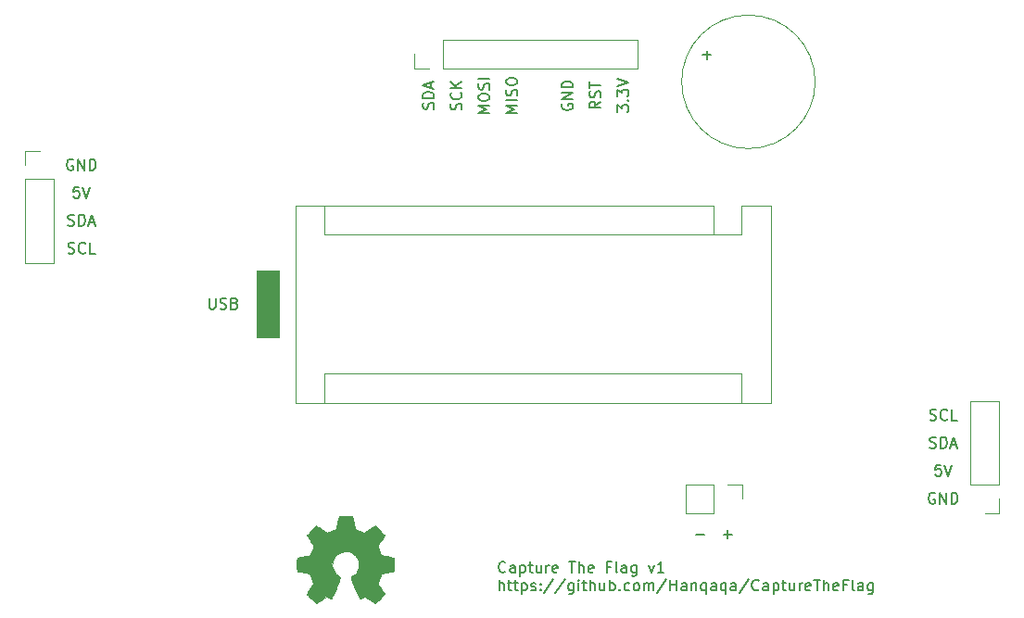
<source format=gbr>
%TF.GenerationSoftware,KiCad,Pcbnew,(5.1.6)-1*%
%TF.CreationDate,2020-10-11T10:25:28+02:00*%
%TF.ProjectId,CaptureTheFlag,43617074-7572-4655-9468-65466c61672e,rev?*%
%TF.SameCoordinates,Original*%
%TF.FileFunction,Legend,Top*%
%TF.FilePolarity,Positive*%
%FSLAX46Y46*%
G04 Gerber Fmt 4.6, Leading zero omitted, Abs format (unit mm)*
G04 Created by KiCad (PCBNEW (5.1.6)-1) date 2020-10-11 10:25:28*
%MOMM*%
%LPD*%
G01*
G04 APERTURE LIST*
%ADD10C,0.150000*%
%ADD11C,0.100000*%
%ADD12C,0.010000*%
%ADD13C,0.120000*%
G04 APERTURE END LIST*
D10*
X134882095Y-111212380D02*
X134882095Y-112021904D01*
X134929714Y-112117142D01*
X134977333Y-112164761D01*
X135072571Y-112212380D01*
X135263047Y-112212380D01*
X135358285Y-112164761D01*
X135405904Y-112117142D01*
X135453523Y-112021904D01*
X135453523Y-111212380D01*
X135882095Y-112164761D02*
X136024952Y-112212380D01*
X136263047Y-112212380D01*
X136358285Y-112164761D01*
X136405904Y-112117142D01*
X136453523Y-112021904D01*
X136453523Y-111926666D01*
X136405904Y-111831428D01*
X136358285Y-111783809D01*
X136263047Y-111736190D01*
X136072571Y-111688571D01*
X135977333Y-111640952D01*
X135929714Y-111593333D01*
X135882095Y-111498095D01*
X135882095Y-111402857D01*
X135929714Y-111307619D01*
X135977333Y-111260000D01*
X136072571Y-111212380D01*
X136310666Y-111212380D01*
X136453523Y-111260000D01*
X137215428Y-111688571D02*
X137358285Y-111736190D01*
X137405904Y-111783809D01*
X137453523Y-111879047D01*
X137453523Y-112021904D01*
X137405904Y-112117142D01*
X137358285Y-112164761D01*
X137263047Y-112212380D01*
X136882095Y-112212380D01*
X136882095Y-111212380D01*
X137215428Y-111212380D01*
X137310666Y-111260000D01*
X137358285Y-111307619D01*
X137405904Y-111402857D01*
X137405904Y-111498095D01*
X137358285Y-111593333D01*
X137310666Y-111640952D01*
X137215428Y-111688571D01*
X136882095Y-111688571D01*
D11*
G36*
X141224000Y-114808000D02*
G01*
X139192000Y-114808000D01*
X139192000Y-108712000D01*
X141224000Y-108712000D01*
X141224000Y-114808000D01*
G37*
X141224000Y-114808000D02*
X139192000Y-114808000D01*
X139192000Y-108712000D01*
X141224000Y-108712000D01*
X141224000Y-114808000D01*
D10*
X161943023Y-136184142D02*
X161895404Y-136231761D01*
X161752547Y-136279380D01*
X161657309Y-136279380D01*
X161514452Y-136231761D01*
X161419214Y-136136523D01*
X161371595Y-136041285D01*
X161323976Y-135850809D01*
X161323976Y-135707952D01*
X161371595Y-135517476D01*
X161419214Y-135422238D01*
X161514452Y-135327000D01*
X161657309Y-135279380D01*
X161752547Y-135279380D01*
X161895404Y-135327000D01*
X161943023Y-135374619D01*
X162800166Y-136279380D02*
X162800166Y-135755571D01*
X162752547Y-135660333D01*
X162657309Y-135612714D01*
X162466833Y-135612714D01*
X162371595Y-135660333D01*
X162800166Y-136231761D02*
X162704928Y-136279380D01*
X162466833Y-136279380D01*
X162371595Y-136231761D01*
X162323976Y-136136523D01*
X162323976Y-136041285D01*
X162371595Y-135946047D01*
X162466833Y-135898428D01*
X162704928Y-135898428D01*
X162800166Y-135850809D01*
X163276357Y-135612714D02*
X163276357Y-136612714D01*
X163276357Y-135660333D02*
X163371595Y-135612714D01*
X163562071Y-135612714D01*
X163657309Y-135660333D01*
X163704928Y-135707952D01*
X163752547Y-135803190D01*
X163752547Y-136088904D01*
X163704928Y-136184142D01*
X163657309Y-136231761D01*
X163562071Y-136279380D01*
X163371595Y-136279380D01*
X163276357Y-136231761D01*
X164038261Y-135612714D02*
X164419214Y-135612714D01*
X164181119Y-135279380D02*
X164181119Y-136136523D01*
X164228738Y-136231761D01*
X164323976Y-136279380D01*
X164419214Y-136279380D01*
X165181119Y-135612714D02*
X165181119Y-136279380D01*
X164752547Y-135612714D02*
X164752547Y-136136523D01*
X164800166Y-136231761D01*
X164895404Y-136279380D01*
X165038261Y-136279380D01*
X165133500Y-136231761D01*
X165181119Y-136184142D01*
X165657309Y-136279380D02*
X165657309Y-135612714D01*
X165657309Y-135803190D02*
X165704928Y-135707952D01*
X165752547Y-135660333D01*
X165847785Y-135612714D01*
X165943023Y-135612714D01*
X166657309Y-136231761D02*
X166562071Y-136279380D01*
X166371595Y-136279380D01*
X166276357Y-136231761D01*
X166228738Y-136136523D01*
X166228738Y-135755571D01*
X166276357Y-135660333D01*
X166371595Y-135612714D01*
X166562071Y-135612714D01*
X166657309Y-135660333D01*
X166704928Y-135755571D01*
X166704928Y-135850809D01*
X166228738Y-135946047D01*
X167752547Y-135279380D02*
X168323976Y-135279380D01*
X168038261Y-136279380D02*
X168038261Y-135279380D01*
X168657309Y-136279380D02*
X168657309Y-135279380D01*
X169085880Y-136279380D02*
X169085880Y-135755571D01*
X169038261Y-135660333D01*
X168943023Y-135612714D01*
X168800166Y-135612714D01*
X168704928Y-135660333D01*
X168657309Y-135707952D01*
X169943023Y-136231761D02*
X169847785Y-136279380D01*
X169657309Y-136279380D01*
X169562071Y-136231761D01*
X169514452Y-136136523D01*
X169514452Y-135755571D01*
X169562071Y-135660333D01*
X169657309Y-135612714D01*
X169847785Y-135612714D01*
X169943023Y-135660333D01*
X169990642Y-135755571D01*
X169990642Y-135850809D01*
X169514452Y-135946047D01*
X171514452Y-135755571D02*
X171181119Y-135755571D01*
X171181119Y-136279380D02*
X171181119Y-135279380D01*
X171657309Y-135279380D01*
X172181119Y-136279380D02*
X172085880Y-136231761D01*
X172038261Y-136136523D01*
X172038261Y-135279380D01*
X172990642Y-136279380D02*
X172990642Y-135755571D01*
X172943023Y-135660333D01*
X172847785Y-135612714D01*
X172657309Y-135612714D01*
X172562071Y-135660333D01*
X172990642Y-136231761D02*
X172895404Y-136279380D01*
X172657309Y-136279380D01*
X172562071Y-136231761D01*
X172514452Y-136136523D01*
X172514452Y-136041285D01*
X172562071Y-135946047D01*
X172657309Y-135898428D01*
X172895404Y-135898428D01*
X172990642Y-135850809D01*
X173895404Y-135612714D02*
X173895404Y-136422238D01*
X173847785Y-136517476D01*
X173800166Y-136565095D01*
X173704928Y-136612714D01*
X173562071Y-136612714D01*
X173466833Y-136565095D01*
X173895404Y-136231761D02*
X173800166Y-136279380D01*
X173609690Y-136279380D01*
X173514452Y-136231761D01*
X173466833Y-136184142D01*
X173419214Y-136088904D01*
X173419214Y-135803190D01*
X173466833Y-135707952D01*
X173514452Y-135660333D01*
X173609690Y-135612714D01*
X173800166Y-135612714D01*
X173895404Y-135660333D01*
X175038261Y-135612714D02*
X175276357Y-136279380D01*
X175514452Y-135612714D01*
X176419214Y-136279380D02*
X175847785Y-136279380D01*
X176133500Y-136279380D02*
X176133500Y-135279380D01*
X176038261Y-135422238D01*
X175943023Y-135517476D01*
X175847785Y-135565095D01*
X161371595Y-137929380D02*
X161371595Y-136929380D01*
X161800166Y-137929380D02*
X161800166Y-137405571D01*
X161752547Y-137310333D01*
X161657309Y-137262714D01*
X161514452Y-137262714D01*
X161419214Y-137310333D01*
X161371595Y-137357952D01*
X162133500Y-137262714D02*
X162514452Y-137262714D01*
X162276357Y-136929380D02*
X162276357Y-137786523D01*
X162323976Y-137881761D01*
X162419214Y-137929380D01*
X162514452Y-137929380D01*
X162704928Y-137262714D02*
X163085880Y-137262714D01*
X162847785Y-136929380D02*
X162847785Y-137786523D01*
X162895404Y-137881761D01*
X162990642Y-137929380D01*
X163085880Y-137929380D01*
X163419214Y-137262714D02*
X163419214Y-138262714D01*
X163419214Y-137310333D02*
X163514452Y-137262714D01*
X163704928Y-137262714D01*
X163800166Y-137310333D01*
X163847785Y-137357952D01*
X163895404Y-137453190D01*
X163895404Y-137738904D01*
X163847785Y-137834142D01*
X163800166Y-137881761D01*
X163704928Y-137929380D01*
X163514452Y-137929380D01*
X163419214Y-137881761D01*
X164276357Y-137881761D02*
X164371595Y-137929380D01*
X164562071Y-137929380D01*
X164657309Y-137881761D01*
X164704928Y-137786523D01*
X164704928Y-137738904D01*
X164657309Y-137643666D01*
X164562071Y-137596047D01*
X164419214Y-137596047D01*
X164323976Y-137548428D01*
X164276357Y-137453190D01*
X164276357Y-137405571D01*
X164323976Y-137310333D01*
X164419214Y-137262714D01*
X164562071Y-137262714D01*
X164657309Y-137310333D01*
X165133500Y-137834142D02*
X165181119Y-137881761D01*
X165133500Y-137929380D01*
X165085880Y-137881761D01*
X165133500Y-137834142D01*
X165133500Y-137929380D01*
X165133500Y-137310333D02*
X165181119Y-137357952D01*
X165133500Y-137405571D01*
X165085880Y-137357952D01*
X165133500Y-137310333D01*
X165133500Y-137405571D01*
X166323976Y-136881761D02*
X165466833Y-138167476D01*
X167371595Y-136881761D02*
X166514452Y-138167476D01*
X168133500Y-137262714D02*
X168133500Y-138072238D01*
X168085880Y-138167476D01*
X168038261Y-138215095D01*
X167943023Y-138262714D01*
X167800166Y-138262714D01*
X167704928Y-138215095D01*
X168133500Y-137881761D02*
X168038261Y-137929380D01*
X167847785Y-137929380D01*
X167752547Y-137881761D01*
X167704928Y-137834142D01*
X167657309Y-137738904D01*
X167657309Y-137453190D01*
X167704928Y-137357952D01*
X167752547Y-137310333D01*
X167847785Y-137262714D01*
X168038261Y-137262714D01*
X168133500Y-137310333D01*
X168609690Y-137929380D02*
X168609690Y-137262714D01*
X168609690Y-136929380D02*
X168562071Y-136977000D01*
X168609690Y-137024619D01*
X168657309Y-136977000D01*
X168609690Y-136929380D01*
X168609690Y-137024619D01*
X168943023Y-137262714D02*
X169323976Y-137262714D01*
X169085880Y-136929380D02*
X169085880Y-137786523D01*
X169133500Y-137881761D01*
X169228738Y-137929380D01*
X169323976Y-137929380D01*
X169657309Y-137929380D02*
X169657309Y-136929380D01*
X170085880Y-137929380D02*
X170085880Y-137405571D01*
X170038261Y-137310333D01*
X169943023Y-137262714D01*
X169800166Y-137262714D01*
X169704928Y-137310333D01*
X169657309Y-137357952D01*
X170990642Y-137262714D02*
X170990642Y-137929380D01*
X170562071Y-137262714D02*
X170562071Y-137786523D01*
X170609690Y-137881761D01*
X170704928Y-137929380D01*
X170847785Y-137929380D01*
X170943023Y-137881761D01*
X170990642Y-137834142D01*
X171466833Y-137929380D02*
X171466833Y-136929380D01*
X171466833Y-137310333D02*
X171562071Y-137262714D01*
X171752547Y-137262714D01*
X171847785Y-137310333D01*
X171895404Y-137357952D01*
X171943023Y-137453190D01*
X171943023Y-137738904D01*
X171895404Y-137834142D01*
X171847785Y-137881761D01*
X171752547Y-137929380D01*
X171562071Y-137929380D01*
X171466833Y-137881761D01*
X172371595Y-137834142D02*
X172419214Y-137881761D01*
X172371595Y-137929380D01*
X172323976Y-137881761D01*
X172371595Y-137834142D01*
X172371595Y-137929380D01*
X173276357Y-137881761D02*
X173181119Y-137929380D01*
X172990642Y-137929380D01*
X172895404Y-137881761D01*
X172847785Y-137834142D01*
X172800166Y-137738904D01*
X172800166Y-137453190D01*
X172847785Y-137357952D01*
X172895404Y-137310333D01*
X172990642Y-137262714D01*
X173181119Y-137262714D01*
X173276357Y-137310333D01*
X173847785Y-137929380D02*
X173752547Y-137881761D01*
X173704928Y-137834142D01*
X173657309Y-137738904D01*
X173657309Y-137453190D01*
X173704928Y-137357952D01*
X173752547Y-137310333D01*
X173847785Y-137262714D01*
X173990642Y-137262714D01*
X174085880Y-137310333D01*
X174133500Y-137357952D01*
X174181119Y-137453190D01*
X174181119Y-137738904D01*
X174133500Y-137834142D01*
X174085880Y-137881761D01*
X173990642Y-137929380D01*
X173847785Y-137929380D01*
X174609690Y-137929380D02*
X174609690Y-137262714D01*
X174609690Y-137357952D02*
X174657309Y-137310333D01*
X174752547Y-137262714D01*
X174895404Y-137262714D01*
X174990642Y-137310333D01*
X175038261Y-137405571D01*
X175038261Y-137929380D01*
X175038261Y-137405571D02*
X175085880Y-137310333D01*
X175181119Y-137262714D01*
X175323976Y-137262714D01*
X175419214Y-137310333D01*
X175466833Y-137405571D01*
X175466833Y-137929380D01*
X176657309Y-136881761D02*
X175800166Y-138167476D01*
X176990642Y-137929380D02*
X176990642Y-136929380D01*
X176990642Y-137405571D02*
X177562071Y-137405571D01*
X177562071Y-137929380D02*
X177562071Y-136929380D01*
X178466833Y-137929380D02*
X178466833Y-137405571D01*
X178419214Y-137310333D01*
X178323976Y-137262714D01*
X178133500Y-137262714D01*
X178038261Y-137310333D01*
X178466833Y-137881761D02*
X178371595Y-137929380D01*
X178133500Y-137929380D01*
X178038261Y-137881761D01*
X177990642Y-137786523D01*
X177990642Y-137691285D01*
X178038261Y-137596047D01*
X178133500Y-137548428D01*
X178371595Y-137548428D01*
X178466833Y-137500809D01*
X178943023Y-137262714D02*
X178943023Y-137929380D01*
X178943023Y-137357952D02*
X178990642Y-137310333D01*
X179085880Y-137262714D01*
X179228738Y-137262714D01*
X179323976Y-137310333D01*
X179371595Y-137405571D01*
X179371595Y-137929380D01*
X180276357Y-137262714D02*
X180276357Y-138262714D01*
X180276357Y-137881761D02*
X180181119Y-137929380D01*
X179990642Y-137929380D01*
X179895404Y-137881761D01*
X179847785Y-137834142D01*
X179800166Y-137738904D01*
X179800166Y-137453190D01*
X179847785Y-137357952D01*
X179895404Y-137310333D01*
X179990642Y-137262714D01*
X180181119Y-137262714D01*
X180276357Y-137310333D01*
X181181119Y-137929380D02*
X181181119Y-137405571D01*
X181133500Y-137310333D01*
X181038261Y-137262714D01*
X180847785Y-137262714D01*
X180752547Y-137310333D01*
X181181119Y-137881761D02*
X181085880Y-137929380D01*
X180847785Y-137929380D01*
X180752547Y-137881761D01*
X180704928Y-137786523D01*
X180704928Y-137691285D01*
X180752547Y-137596047D01*
X180847785Y-137548428D01*
X181085880Y-137548428D01*
X181181119Y-137500809D01*
X182085880Y-137262714D02*
X182085880Y-138262714D01*
X182085880Y-137881761D02*
X181990642Y-137929380D01*
X181800166Y-137929380D01*
X181704928Y-137881761D01*
X181657309Y-137834142D01*
X181609690Y-137738904D01*
X181609690Y-137453190D01*
X181657309Y-137357952D01*
X181704928Y-137310333D01*
X181800166Y-137262714D01*
X181990642Y-137262714D01*
X182085880Y-137310333D01*
X182990642Y-137929380D02*
X182990642Y-137405571D01*
X182943023Y-137310333D01*
X182847785Y-137262714D01*
X182657309Y-137262714D01*
X182562071Y-137310333D01*
X182990642Y-137881761D02*
X182895404Y-137929380D01*
X182657309Y-137929380D01*
X182562071Y-137881761D01*
X182514452Y-137786523D01*
X182514452Y-137691285D01*
X182562071Y-137596047D01*
X182657309Y-137548428D01*
X182895404Y-137548428D01*
X182990642Y-137500809D01*
X184181119Y-136881761D02*
X183323976Y-138167476D01*
X185085880Y-137834142D02*
X185038261Y-137881761D01*
X184895404Y-137929380D01*
X184800166Y-137929380D01*
X184657309Y-137881761D01*
X184562071Y-137786523D01*
X184514452Y-137691285D01*
X184466833Y-137500809D01*
X184466833Y-137357952D01*
X184514452Y-137167476D01*
X184562071Y-137072238D01*
X184657309Y-136977000D01*
X184800166Y-136929380D01*
X184895404Y-136929380D01*
X185038261Y-136977000D01*
X185085880Y-137024619D01*
X185943023Y-137929380D02*
X185943023Y-137405571D01*
X185895404Y-137310333D01*
X185800166Y-137262714D01*
X185609690Y-137262714D01*
X185514452Y-137310333D01*
X185943023Y-137881761D02*
X185847785Y-137929380D01*
X185609690Y-137929380D01*
X185514452Y-137881761D01*
X185466833Y-137786523D01*
X185466833Y-137691285D01*
X185514452Y-137596047D01*
X185609690Y-137548428D01*
X185847785Y-137548428D01*
X185943023Y-137500809D01*
X186419214Y-137262714D02*
X186419214Y-138262714D01*
X186419214Y-137310333D02*
X186514452Y-137262714D01*
X186704928Y-137262714D01*
X186800166Y-137310333D01*
X186847785Y-137357952D01*
X186895404Y-137453190D01*
X186895404Y-137738904D01*
X186847785Y-137834142D01*
X186800166Y-137881761D01*
X186704928Y-137929380D01*
X186514452Y-137929380D01*
X186419214Y-137881761D01*
X187181119Y-137262714D02*
X187562071Y-137262714D01*
X187323976Y-136929380D02*
X187323976Y-137786523D01*
X187371595Y-137881761D01*
X187466833Y-137929380D01*
X187562071Y-137929380D01*
X188323976Y-137262714D02*
X188323976Y-137929380D01*
X187895404Y-137262714D02*
X187895404Y-137786523D01*
X187943023Y-137881761D01*
X188038261Y-137929380D01*
X188181119Y-137929380D01*
X188276357Y-137881761D01*
X188323976Y-137834142D01*
X188800166Y-137929380D02*
X188800166Y-137262714D01*
X188800166Y-137453190D02*
X188847785Y-137357952D01*
X188895404Y-137310333D01*
X188990642Y-137262714D01*
X189085880Y-137262714D01*
X189800166Y-137881761D02*
X189704928Y-137929380D01*
X189514452Y-137929380D01*
X189419214Y-137881761D01*
X189371595Y-137786523D01*
X189371595Y-137405571D01*
X189419214Y-137310333D01*
X189514452Y-137262714D01*
X189704928Y-137262714D01*
X189800166Y-137310333D01*
X189847785Y-137405571D01*
X189847785Y-137500809D01*
X189371595Y-137596047D01*
X190133500Y-136929380D02*
X190704928Y-136929380D01*
X190419214Y-137929380D02*
X190419214Y-136929380D01*
X191038261Y-137929380D02*
X191038261Y-136929380D01*
X191466833Y-137929380D02*
X191466833Y-137405571D01*
X191419214Y-137310333D01*
X191323976Y-137262714D01*
X191181119Y-137262714D01*
X191085880Y-137310333D01*
X191038261Y-137357952D01*
X192323976Y-137881761D02*
X192228738Y-137929380D01*
X192038261Y-137929380D01*
X191943023Y-137881761D01*
X191895404Y-137786523D01*
X191895404Y-137405571D01*
X191943023Y-137310333D01*
X192038261Y-137262714D01*
X192228738Y-137262714D01*
X192323976Y-137310333D01*
X192371595Y-137405571D01*
X192371595Y-137500809D01*
X191895404Y-137596047D01*
X193133499Y-137405571D02*
X192800166Y-137405571D01*
X192800166Y-137929380D02*
X192800166Y-136929380D01*
X193276357Y-136929380D01*
X193800166Y-137929380D02*
X193704928Y-137881761D01*
X193657309Y-137786523D01*
X193657309Y-136929380D01*
X194609690Y-137929380D02*
X194609690Y-137405571D01*
X194562071Y-137310333D01*
X194466833Y-137262714D01*
X194276357Y-137262714D01*
X194181119Y-137310333D01*
X194609690Y-137881761D02*
X194514452Y-137929380D01*
X194276357Y-137929380D01*
X194181119Y-137881761D01*
X194133499Y-137786523D01*
X194133499Y-137691285D01*
X194181119Y-137596047D01*
X194276357Y-137548428D01*
X194514452Y-137548428D01*
X194609690Y-137500809D01*
X195514452Y-137262714D02*
X195514452Y-138072238D01*
X195466833Y-138167476D01*
X195419214Y-138215095D01*
X195323976Y-138262714D01*
X195181119Y-138262714D01*
X195085880Y-138215095D01*
X195514452Y-137881761D02*
X195419214Y-137929380D01*
X195228738Y-137929380D01*
X195133499Y-137881761D01*
X195085880Y-137834142D01*
X195038261Y-137738904D01*
X195038261Y-137453190D01*
X195085880Y-137357952D01*
X195133499Y-137310333D01*
X195228738Y-137262714D01*
X195419214Y-137262714D01*
X195514452Y-137310333D01*
X172172380Y-94186190D02*
X172172380Y-93567142D01*
X172553333Y-93900476D01*
X172553333Y-93757619D01*
X172600952Y-93662380D01*
X172648571Y-93614761D01*
X172743809Y-93567142D01*
X172981904Y-93567142D01*
X173077142Y-93614761D01*
X173124761Y-93662380D01*
X173172380Y-93757619D01*
X173172380Y-94043333D01*
X173124761Y-94138571D01*
X173077142Y-94186190D01*
X173077142Y-93138571D02*
X173124761Y-93090952D01*
X173172380Y-93138571D01*
X173124761Y-93186190D01*
X173077142Y-93138571D01*
X173172380Y-93138571D01*
X172172380Y-92757619D02*
X172172380Y-92138571D01*
X172553333Y-92471904D01*
X172553333Y-92329047D01*
X172600952Y-92233809D01*
X172648571Y-92186190D01*
X172743809Y-92138571D01*
X172981904Y-92138571D01*
X173077142Y-92186190D01*
X173124761Y-92233809D01*
X173172380Y-92329047D01*
X173172380Y-92614761D01*
X173124761Y-92710000D01*
X173077142Y-92757619D01*
X172172380Y-91852857D02*
X173172380Y-91519523D01*
X172172380Y-91186190D01*
X170632380Y-93257619D02*
X170156190Y-93590952D01*
X170632380Y-93829047D02*
X169632380Y-93829047D01*
X169632380Y-93448095D01*
X169680000Y-93352857D01*
X169727619Y-93305238D01*
X169822857Y-93257619D01*
X169965714Y-93257619D01*
X170060952Y-93305238D01*
X170108571Y-93352857D01*
X170156190Y-93448095D01*
X170156190Y-93829047D01*
X170584761Y-92876666D02*
X170632380Y-92733809D01*
X170632380Y-92495714D01*
X170584761Y-92400476D01*
X170537142Y-92352857D01*
X170441904Y-92305238D01*
X170346666Y-92305238D01*
X170251428Y-92352857D01*
X170203809Y-92400476D01*
X170156190Y-92495714D01*
X170108571Y-92686190D01*
X170060952Y-92781428D01*
X170013333Y-92829047D01*
X169918095Y-92876666D01*
X169822857Y-92876666D01*
X169727619Y-92829047D01*
X169680000Y-92781428D01*
X169632380Y-92686190D01*
X169632380Y-92448095D01*
X169680000Y-92305238D01*
X169632380Y-92019523D02*
X169632380Y-91448095D01*
X170632380Y-91733809D02*
X169632380Y-91733809D01*
X167140000Y-93471904D02*
X167092380Y-93567142D01*
X167092380Y-93710000D01*
X167140000Y-93852857D01*
X167235238Y-93948095D01*
X167330476Y-93995714D01*
X167520952Y-94043333D01*
X167663809Y-94043333D01*
X167854285Y-93995714D01*
X167949523Y-93948095D01*
X168044761Y-93852857D01*
X168092380Y-93710000D01*
X168092380Y-93614761D01*
X168044761Y-93471904D01*
X167997142Y-93424285D01*
X167663809Y-93424285D01*
X167663809Y-93614761D01*
X168092380Y-92995714D02*
X167092380Y-92995714D01*
X168092380Y-92424285D01*
X167092380Y-92424285D01*
X168092380Y-91948095D02*
X167092380Y-91948095D01*
X167092380Y-91710000D01*
X167140000Y-91567142D01*
X167235238Y-91471904D01*
X167330476Y-91424285D01*
X167520952Y-91376666D01*
X167663809Y-91376666D01*
X167854285Y-91424285D01*
X167949523Y-91471904D01*
X168044761Y-91567142D01*
X168092380Y-91710000D01*
X168092380Y-91948095D01*
X163012380Y-94281428D02*
X162012380Y-94281428D01*
X162726666Y-93948095D01*
X162012380Y-93614761D01*
X163012380Y-93614761D01*
X163012380Y-93138571D02*
X162012380Y-93138571D01*
X162964761Y-92710000D02*
X163012380Y-92567142D01*
X163012380Y-92329047D01*
X162964761Y-92233809D01*
X162917142Y-92186190D01*
X162821904Y-92138571D01*
X162726666Y-92138571D01*
X162631428Y-92186190D01*
X162583809Y-92233809D01*
X162536190Y-92329047D01*
X162488571Y-92519523D01*
X162440952Y-92614761D01*
X162393333Y-92662380D01*
X162298095Y-92710000D01*
X162202857Y-92710000D01*
X162107619Y-92662380D01*
X162060000Y-92614761D01*
X162012380Y-92519523D01*
X162012380Y-92281428D01*
X162060000Y-92138571D01*
X162012380Y-91519523D02*
X162012380Y-91329047D01*
X162060000Y-91233809D01*
X162155238Y-91138571D01*
X162345714Y-91090952D01*
X162679047Y-91090952D01*
X162869523Y-91138571D01*
X162964761Y-91233809D01*
X163012380Y-91329047D01*
X163012380Y-91519523D01*
X162964761Y-91614761D01*
X162869523Y-91710000D01*
X162679047Y-91757619D01*
X162345714Y-91757619D01*
X162155238Y-91710000D01*
X162060000Y-91614761D01*
X162012380Y-91519523D01*
X160472380Y-94281428D02*
X159472380Y-94281428D01*
X160186666Y-93948095D01*
X159472380Y-93614761D01*
X160472380Y-93614761D01*
X159472380Y-92948095D02*
X159472380Y-92757619D01*
X159520000Y-92662380D01*
X159615238Y-92567142D01*
X159805714Y-92519523D01*
X160139047Y-92519523D01*
X160329523Y-92567142D01*
X160424761Y-92662380D01*
X160472380Y-92757619D01*
X160472380Y-92948095D01*
X160424761Y-93043333D01*
X160329523Y-93138571D01*
X160139047Y-93186190D01*
X159805714Y-93186190D01*
X159615238Y-93138571D01*
X159520000Y-93043333D01*
X159472380Y-92948095D01*
X160424761Y-92138571D02*
X160472380Y-91995714D01*
X160472380Y-91757619D01*
X160424761Y-91662380D01*
X160377142Y-91614761D01*
X160281904Y-91567142D01*
X160186666Y-91567142D01*
X160091428Y-91614761D01*
X160043809Y-91662380D01*
X159996190Y-91757619D01*
X159948571Y-91948095D01*
X159900952Y-92043333D01*
X159853333Y-92090952D01*
X159758095Y-92138571D01*
X159662857Y-92138571D01*
X159567619Y-92090952D01*
X159520000Y-92043333D01*
X159472380Y-91948095D01*
X159472380Y-91710000D01*
X159520000Y-91567142D01*
X160472380Y-91138571D02*
X159472380Y-91138571D01*
X157884761Y-93995714D02*
X157932380Y-93852857D01*
X157932380Y-93614761D01*
X157884761Y-93519523D01*
X157837142Y-93471904D01*
X157741904Y-93424285D01*
X157646666Y-93424285D01*
X157551428Y-93471904D01*
X157503809Y-93519523D01*
X157456190Y-93614761D01*
X157408571Y-93805238D01*
X157360952Y-93900476D01*
X157313333Y-93948095D01*
X157218095Y-93995714D01*
X157122857Y-93995714D01*
X157027619Y-93948095D01*
X156980000Y-93900476D01*
X156932380Y-93805238D01*
X156932380Y-93567142D01*
X156980000Y-93424285D01*
X157837142Y-92424285D02*
X157884761Y-92471904D01*
X157932380Y-92614761D01*
X157932380Y-92710000D01*
X157884761Y-92852857D01*
X157789523Y-92948095D01*
X157694285Y-92995714D01*
X157503809Y-93043333D01*
X157360952Y-93043333D01*
X157170476Y-92995714D01*
X157075238Y-92948095D01*
X156980000Y-92852857D01*
X156932380Y-92710000D01*
X156932380Y-92614761D01*
X156980000Y-92471904D01*
X157027619Y-92424285D01*
X157932380Y-91995714D02*
X156932380Y-91995714D01*
X157932380Y-91424285D02*
X157360952Y-91852857D01*
X156932380Y-91424285D02*
X157503809Y-91995714D01*
X155344761Y-93924285D02*
X155392380Y-93781428D01*
X155392380Y-93543333D01*
X155344761Y-93448095D01*
X155297142Y-93400476D01*
X155201904Y-93352857D01*
X155106666Y-93352857D01*
X155011428Y-93400476D01*
X154963809Y-93448095D01*
X154916190Y-93543333D01*
X154868571Y-93733809D01*
X154820952Y-93829047D01*
X154773333Y-93876666D01*
X154678095Y-93924285D01*
X154582857Y-93924285D01*
X154487619Y-93876666D01*
X154440000Y-93829047D01*
X154392380Y-93733809D01*
X154392380Y-93495714D01*
X154440000Y-93352857D01*
X155392380Y-92924285D02*
X154392380Y-92924285D01*
X154392380Y-92686190D01*
X154440000Y-92543333D01*
X154535238Y-92448095D01*
X154630476Y-92400476D01*
X154820952Y-92352857D01*
X154963809Y-92352857D01*
X155154285Y-92400476D01*
X155249523Y-92448095D01*
X155344761Y-92543333D01*
X155392380Y-92686190D01*
X155392380Y-92924285D01*
X155106666Y-91971904D02*
X155106666Y-91495714D01*
X155392380Y-92067142D02*
X154392380Y-91733809D01*
X155392380Y-91400476D01*
X179324047Y-132786428D02*
X180085952Y-132786428D01*
X181864047Y-132786428D02*
X182625952Y-132786428D01*
X182245000Y-133167380D02*
X182245000Y-132405476D01*
X121999523Y-107084761D02*
X122142380Y-107132380D01*
X122380476Y-107132380D01*
X122475714Y-107084761D01*
X122523333Y-107037142D01*
X122570952Y-106941904D01*
X122570952Y-106846666D01*
X122523333Y-106751428D01*
X122475714Y-106703809D01*
X122380476Y-106656190D01*
X122190000Y-106608571D01*
X122094761Y-106560952D01*
X122047142Y-106513333D01*
X121999523Y-106418095D01*
X121999523Y-106322857D01*
X122047142Y-106227619D01*
X122094761Y-106180000D01*
X122190000Y-106132380D01*
X122428095Y-106132380D01*
X122570952Y-106180000D01*
X123570952Y-107037142D02*
X123523333Y-107084761D01*
X123380476Y-107132380D01*
X123285238Y-107132380D01*
X123142380Y-107084761D01*
X123047142Y-106989523D01*
X122999523Y-106894285D01*
X122951904Y-106703809D01*
X122951904Y-106560952D01*
X122999523Y-106370476D01*
X123047142Y-106275238D01*
X123142380Y-106180000D01*
X123285238Y-106132380D01*
X123380476Y-106132380D01*
X123523333Y-106180000D01*
X123570952Y-106227619D01*
X124475714Y-107132380D02*
X123999523Y-107132380D01*
X123999523Y-106132380D01*
X121975714Y-104544761D02*
X122118571Y-104592380D01*
X122356666Y-104592380D01*
X122451904Y-104544761D01*
X122499523Y-104497142D01*
X122547142Y-104401904D01*
X122547142Y-104306666D01*
X122499523Y-104211428D01*
X122451904Y-104163809D01*
X122356666Y-104116190D01*
X122166190Y-104068571D01*
X122070952Y-104020952D01*
X122023333Y-103973333D01*
X121975714Y-103878095D01*
X121975714Y-103782857D01*
X122023333Y-103687619D01*
X122070952Y-103640000D01*
X122166190Y-103592380D01*
X122404285Y-103592380D01*
X122547142Y-103640000D01*
X122975714Y-104592380D02*
X122975714Y-103592380D01*
X123213809Y-103592380D01*
X123356666Y-103640000D01*
X123451904Y-103735238D01*
X123499523Y-103830476D01*
X123547142Y-104020952D01*
X123547142Y-104163809D01*
X123499523Y-104354285D01*
X123451904Y-104449523D01*
X123356666Y-104544761D01*
X123213809Y-104592380D01*
X122975714Y-104592380D01*
X123928095Y-104306666D02*
X124404285Y-104306666D01*
X123832857Y-104592380D02*
X124166190Y-103592380D01*
X124499523Y-104592380D01*
X122999523Y-101052380D02*
X122523333Y-101052380D01*
X122475714Y-101528571D01*
X122523333Y-101480952D01*
X122618571Y-101433333D01*
X122856666Y-101433333D01*
X122951904Y-101480952D01*
X122999523Y-101528571D01*
X123047142Y-101623809D01*
X123047142Y-101861904D01*
X122999523Y-101957142D01*
X122951904Y-102004761D01*
X122856666Y-102052380D01*
X122618571Y-102052380D01*
X122523333Y-102004761D01*
X122475714Y-101957142D01*
X123332857Y-101052380D02*
X123666190Y-102052380D01*
X123999523Y-101052380D01*
X122428095Y-98560000D02*
X122332857Y-98512380D01*
X122190000Y-98512380D01*
X122047142Y-98560000D01*
X121951904Y-98655238D01*
X121904285Y-98750476D01*
X121856666Y-98940952D01*
X121856666Y-99083809D01*
X121904285Y-99274285D01*
X121951904Y-99369523D01*
X122047142Y-99464761D01*
X122190000Y-99512380D01*
X122285238Y-99512380D01*
X122428095Y-99464761D01*
X122475714Y-99417142D01*
X122475714Y-99083809D01*
X122285238Y-99083809D01*
X122904285Y-99512380D02*
X122904285Y-98512380D01*
X123475714Y-99512380D01*
X123475714Y-98512380D01*
X123951904Y-99512380D02*
X123951904Y-98512380D01*
X124190000Y-98512380D01*
X124332857Y-98560000D01*
X124428095Y-98655238D01*
X124475714Y-98750476D01*
X124523333Y-98940952D01*
X124523333Y-99083809D01*
X124475714Y-99274285D01*
X124428095Y-99369523D01*
X124332857Y-99464761D01*
X124190000Y-99512380D01*
X123951904Y-99512380D01*
X201168095Y-129040000D02*
X201072857Y-128992380D01*
X200930000Y-128992380D01*
X200787142Y-129040000D01*
X200691904Y-129135238D01*
X200644285Y-129230476D01*
X200596666Y-129420952D01*
X200596666Y-129563809D01*
X200644285Y-129754285D01*
X200691904Y-129849523D01*
X200787142Y-129944761D01*
X200930000Y-129992380D01*
X201025238Y-129992380D01*
X201168095Y-129944761D01*
X201215714Y-129897142D01*
X201215714Y-129563809D01*
X201025238Y-129563809D01*
X201644285Y-129992380D02*
X201644285Y-128992380D01*
X202215714Y-129992380D01*
X202215714Y-128992380D01*
X202691904Y-129992380D02*
X202691904Y-128992380D01*
X202930000Y-128992380D01*
X203072857Y-129040000D01*
X203168095Y-129135238D01*
X203215714Y-129230476D01*
X203263333Y-129420952D01*
X203263333Y-129563809D01*
X203215714Y-129754285D01*
X203168095Y-129849523D01*
X203072857Y-129944761D01*
X202930000Y-129992380D01*
X202691904Y-129992380D01*
X201739523Y-126452380D02*
X201263333Y-126452380D01*
X201215714Y-126928571D01*
X201263333Y-126880952D01*
X201358571Y-126833333D01*
X201596666Y-126833333D01*
X201691904Y-126880952D01*
X201739523Y-126928571D01*
X201787142Y-127023809D01*
X201787142Y-127261904D01*
X201739523Y-127357142D01*
X201691904Y-127404761D01*
X201596666Y-127452380D01*
X201358571Y-127452380D01*
X201263333Y-127404761D01*
X201215714Y-127357142D01*
X202072857Y-126452380D02*
X202406190Y-127452380D01*
X202739523Y-126452380D01*
X200715714Y-124864761D02*
X200858571Y-124912380D01*
X201096666Y-124912380D01*
X201191904Y-124864761D01*
X201239523Y-124817142D01*
X201287142Y-124721904D01*
X201287142Y-124626666D01*
X201239523Y-124531428D01*
X201191904Y-124483809D01*
X201096666Y-124436190D01*
X200906190Y-124388571D01*
X200810952Y-124340952D01*
X200763333Y-124293333D01*
X200715714Y-124198095D01*
X200715714Y-124102857D01*
X200763333Y-124007619D01*
X200810952Y-123960000D01*
X200906190Y-123912380D01*
X201144285Y-123912380D01*
X201287142Y-123960000D01*
X201715714Y-124912380D02*
X201715714Y-123912380D01*
X201953809Y-123912380D01*
X202096666Y-123960000D01*
X202191904Y-124055238D01*
X202239523Y-124150476D01*
X202287142Y-124340952D01*
X202287142Y-124483809D01*
X202239523Y-124674285D01*
X202191904Y-124769523D01*
X202096666Y-124864761D01*
X201953809Y-124912380D01*
X201715714Y-124912380D01*
X202668095Y-124626666D02*
X203144285Y-124626666D01*
X202572857Y-124912380D02*
X202906190Y-123912380D01*
X203239523Y-124912380D01*
X200739523Y-122324761D02*
X200882380Y-122372380D01*
X201120476Y-122372380D01*
X201215714Y-122324761D01*
X201263333Y-122277142D01*
X201310952Y-122181904D01*
X201310952Y-122086666D01*
X201263333Y-121991428D01*
X201215714Y-121943809D01*
X201120476Y-121896190D01*
X200930000Y-121848571D01*
X200834761Y-121800952D01*
X200787142Y-121753333D01*
X200739523Y-121658095D01*
X200739523Y-121562857D01*
X200787142Y-121467619D01*
X200834761Y-121420000D01*
X200930000Y-121372380D01*
X201168095Y-121372380D01*
X201310952Y-121420000D01*
X202310952Y-122277142D02*
X202263333Y-122324761D01*
X202120476Y-122372380D01*
X202025238Y-122372380D01*
X201882380Y-122324761D01*
X201787142Y-122229523D01*
X201739523Y-122134285D01*
X201691904Y-121943809D01*
X201691904Y-121800952D01*
X201739523Y-121610476D01*
X201787142Y-121515238D01*
X201882380Y-121420000D01*
X202025238Y-121372380D01*
X202120476Y-121372380D01*
X202263333Y-121420000D01*
X202310952Y-121467619D01*
X203215714Y-122372380D02*
X202739523Y-122372380D01*
X202739523Y-121372380D01*
D12*
%TO.C,REF\u002A\u002A*%
G36*
X148066536Y-131728427D02*
G01*
X148179118Y-132325618D01*
X148594531Y-132496865D01*
X149009945Y-132668112D01*
X149508302Y-132329233D01*
X149647869Y-132234877D01*
X149774029Y-132150630D01*
X149880896Y-132080338D01*
X149962583Y-132027847D01*
X150013202Y-131997004D01*
X150026987Y-131990353D01*
X150051821Y-132007458D01*
X150104889Y-132054744D01*
X150180241Y-132126172D01*
X150271930Y-132215700D01*
X150374008Y-132317289D01*
X150480527Y-132424898D01*
X150585537Y-132532487D01*
X150683092Y-132634015D01*
X150767243Y-132723441D01*
X150832041Y-132794726D01*
X150871538Y-132841828D01*
X150880981Y-132857592D01*
X150867392Y-132886653D01*
X150829294Y-132950321D01*
X150770694Y-133042367D01*
X150695598Y-133156564D01*
X150608009Y-133286684D01*
X150557255Y-133360901D01*
X150464746Y-133496422D01*
X150382541Y-133618716D01*
X150314631Y-133721695D01*
X150265001Y-133799273D01*
X150237641Y-133845361D01*
X150233530Y-133855047D01*
X150242850Y-133882574D01*
X150268255Y-133946728D01*
X150305912Y-134038490D01*
X150351987Y-134148839D01*
X150402647Y-134268755D01*
X150454060Y-134389219D01*
X150502390Y-134501209D01*
X150543807Y-134595707D01*
X150574475Y-134663692D01*
X150590562Y-134696143D01*
X150591512Y-134697420D01*
X150616773Y-134703617D01*
X150684046Y-134717440D01*
X150786361Y-134737532D01*
X150916742Y-134762534D01*
X151068217Y-134791086D01*
X151156594Y-134807551D01*
X151318453Y-134838369D01*
X151464650Y-134867694D01*
X151587788Y-134893921D01*
X151680470Y-134915446D01*
X151735302Y-134930665D01*
X151746324Y-134935493D01*
X151757119Y-134968174D01*
X151765830Y-135041985D01*
X151772461Y-135148292D01*
X151777019Y-135278467D01*
X151779510Y-135423876D01*
X151779939Y-135575890D01*
X151778312Y-135725877D01*
X151774636Y-135865206D01*
X151768916Y-135985245D01*
X151761158Y-136077365D01*
X151751369Y-136132932D01*
X151745497Y-136144500D01*
X151710400Y-136158365D01*
X151636029Y-136178188D01*
X151532224Y-136201639D01*
X151408820Y-136226391D01*
X151365742Y-136234398D01*
X151158048Y-136272441D01*
X150993985Y-136303079D01*
X150868131Y-136327529D01*
X150775066Y-136347009D01*
X150709368Y-136362736D01*
X150665618Y-136375928D01*
X150638393Y-136387804D01*
X150622273Y-136399580D01*
X150620018Y-136401908D01*
X150597504Y-136439400D01*
X150563159Y-136512365D01*
X150520412Y-136611867D01*
X150472693Y-136728973D01*
X150423431Y-136854748D01*
X150376056Y-136980257D01*
X150333996Y-137096565D01*
X150300681Y-137194739D01*
X150279542Y-137265843D01*
X150274006Y-137300942D01*
X150274467Y-137302172D01*
X150293224Y-137330861D01*
X150335777Y-137393985D01*
X150397654Y-137484973D01*
X150474383Y-137597255D01*
X150561492Y-137724260D01*
X150586299Y-137760353D01*
X150674753Y-137891203D01*
X150752589Y-138010591D01*
X150815567Y-138111662D01*
X150859446Y-138187559D01*
X150879986Y-138231427D01*
X150880981Y-138236817D01*
X150863723Y-138265144D01*
X150816036Y-138321261D01*
X150744051Y-138399137D01*
X150653898Y-138492740D01*
X150551706Y-138596041D01*
X150443606Y-138703006D01*
X150335729Y-138807606D01*
X150234205Y-138903809D01*
X150145163Y-138985584D01*
X150074734Y-139046900D01*
X150029048Y-139081726D01*
X150016410Y-139087412D01*
X149986992Y-139074020D01*
X149926762Y-139037899D01*
X149845530Y-138985136D01*
X149783031Y-138942667D01*
X149669786Y-138864740D01*
X149535675Y-138772984D01*
X149401156Y-138681375D01*
X149328834Y-138632346D01*
X149084039Y-138466770D01*
X148878551Y-138577875D01*
X148784937Y-138626548D01*
X148705331Y-138664381D01*
X148651468Y-138685958D01*
X148637758Y-138688961D01*
X148621271Y-138666793D01*
X148588746Y-138604149D01*
X148542609Y-138506809D01*
X148485291Y-138380549D01*
X148419217Y-138231150D01*
X148346816Y-138064388D01*
X148270517Y-137886042D01*
X148192747Y-137701891D01*
X148115935Y-137517712D01*
X148042507Y-137339285D01*
X147974893Y-137172387D01*
X147915521Y-137022797D01*
X147866817Y-136896293D01*
X147831211Y-136798654D01*
X147811131Y-136735657D01*
X147807901Y-136714021D01*
X147833497Y-136686424D01*
X147889539Y-136641625D01*
X147964312Y-136588934D01*
X147970588Y-136584765D01*
X148163846Y-136430069D01*
X148319675Y-136249591D01*
X148436725Y-136049102D01*
X148513646Y-135834374D01*
X148549087Y-135611177D01*
X148541698Y-135385281D01*
X148490128Y-135162459D01*
X148393027Y-134948479D01*
X148364459Y-134901664D01*
X148215869Y-134712618D01*
X148040328Y-134560812D01*
X147843911Y-134447034D01*
X147632694Y-134372075D01*
X147412754Y-134336722D01*
X147190164Y-134341767D01*
X146971002Y-134387999D01*
X146761343Y-134476206D01*
X146567262Y-134607179D01*
X146507227Y-134660337D01*
X146354436Y-134826739D01*
X146243098Y-135001912D01*
X146166724Y-135198266D01*
X146124188Y-135392717D01*
X146113687Y-135611342D01*
X146148701Y-135831052D01*
X146225674Y-136044420D01*
X146341048Y-136244022D01*
X146491266Y-136422429D01*
X146672774Y-136572217D01*
X146696628Y-136588006D01*
X146772202Y-136639712D01*
X146829652Y-136684512D01*
X146857118Y-136713117D01*
X146857518Y-136714021D01*
X146851621Y-136744964D01*
X146828246Y-136815191D01*
X146789822Y-136918925D01*
X146738778Y-137050390D01*
X146677543Y-137203807D01*
X146608545Y-137373401D01*
X146534214Y-137553393D01*
X146456979Y-137738008D01*
X146379269Y-137921468D01*
X146303512Y-138097996D01*
X146232138Y-138261814D01*
X146167575Y-138407147D01*
X146112253Y-138528217D01*
X146068601Y-138619247D01*
X146039047Y-138674460D01*
X146027145Y-138688961D01*
X145990778Y-138677669D01*
X145922731Y-138647385D01*
X145834737Y-138603520D01*
X145786351Y-138577875D01*
X145580864Y-138466770D01*
X145336069Y-138632346D01*
X145211107Y-138717170D01*
X145074296Y-138810516D01*
X144946089Y-138898408D01*
X144881872Y-138942667D01*
X144791552Y-139003318D01*
X144715072Y-139051381D01*
X144662408Y-139080770D01*
X144645303Y-139086982D01*
X144620406Y-139070223D01*
X144565306Y-139023436D01*
X144485344Y-138951480D01*
X144385861Y-138859212D01*
X144272201Y-138751490D01*
X144200316Y-138682326D01*
X144074552Y-138558757D01*
X143965864Y-138448234D01*
X143878646Y-138355485D01*
X143817290Y-138285237D01*
X143786192Y-138242220D01*
X143783209Y-138233490D01*
X143797054Y-138200284D01*
X143835313Y-138133142D01*
X143893742Y-138038863D01*
X143968098Y-137924245D01*
X144054136Y-137796083D01*
X144078603Y-137760353D01*
X144167755Y-137630489D01*
X144247739Y-137513569D01*
X144314081Y-137416162D01*
X144362312Y-137344839D01*
X144387958Y-137306170D01*
X144390436Y-137302172D01*
X144386730Y-137271355D01*
X144367062Y-137203599D01*
X144334861Y-137107839D01*
X144293556Y-136993009D01*
X144246576Y-136868044D01*
X144197350Y-136741879D01*
X144149309Y-136623448D01*
X144105882Y-136521685D01*
X144070497Y-136445526D01*
X144046585Y-136403904D01*
X144044885Y-136401908D01*
X144030263Y-136390013D01*
X144005566Y-136378250D01*
X143965373Y-136365401D01*
X143904264Y-136350249D01*
X143816818Y-136331576D01*
X143697613Y-136308165D01*
X143541228Y-136278797D01*
X143342244Y-136242255D01*
X143299161Y-136234398D01*
X143171471Y-136209727D01*
X143060154Y-136185593D01*
X142975046Y-136164324D01*
X142925984Y-136148248D01*
X142919406Y-136144500D01*
X142908565Y-136111273D01*
X142899754Y-136037021D01*
X142892977Y-135930376D01*
X142888241Y-135799967D01*
X142885551Y-135654427D01*
X142884914Y-135502386D01*
X142886335Y-135352476D01*
X142889821Y-135213328D01*
X142895377Y-135093572D01*
X142903009Y-135001841D01*
X142912723Y-134946766D01*
X142918579Y-134935493D01*
X142951181Y-134924123D01*
X143025419Y-134905624D01*
X143133897Y-134881602D01*
X143269218Y-134853662D01*
X143423986Y-134823408D01*
X143508308Y-134807551D01*
X143668297Y-134777644D01*
X143810968Y-134750550D01*
X143929349Y-134727631D01*
X144016466Y-134710243D01*
X144065346Y-134699747D01*
X144073391Y-134697420D01*
X144086988Y-134671186D01*
X144115730Y-134607995D01*
X144155786Y-134516877D01*
X144203325Y-134406857D01*
X144254516Y-134286965D01*
X144305527Y-134166227D01*
X144352527Y-134053671D01*
X144391685Y-133958326D01*
X144419170Y-133889217D01*
X144431150Y-133855374D01*
X144431373Y-133853895D01*
X144417792Y-133827197D01*
X144379716Y-133765760D01*
X144321148Y-133675689D01*
X144246089Y-133563090D01*
X144158541Y-133434070D01*
X144107648Y-133359961D01*
X144014910Y-133224077D01*
X143932542Y-133100709D01*
X143864562Y-132996097D01*
X143814989Y-132916483D01*
X143787843Y-132868107D01*
X143783922Y-132857262D01*
X143800776Y-132832020D01*
X143847369Y-132778124D01*
X143917749Y-132701613D01*
X144005966Y-132608523D01*
X144106066Y-132504895D01*
X144212099Y-132396764D01*
X144318112Y-132290170D01*
X144418153Y-132191150D01*
X144506271Y-132105742D01*
X144576514Y-132039985D01*
X144622929Y-131999916D01*
X144638457Y-131990353D01*
X144663740Y-132003800D01*
X144724212Y-132041575D01*
X144813993Y-132099835D01*
X144927204Y-132174734D01*
X145057964Y-132262425D01*
X145156600Y-132329233D01*
X145654958Y-132668112D01*
X146070371Y-132496865D01*
X146485785Y-132325618D01*
X146598367Y-131728427D01*
X146710950Y-131131235D01*
X147953953Y-131131235D01*
X148066536Y-131728427D01*
G37*
X148066536Y-131728427D02*
X148179118Y-132325618D01*
X148594531Y-132496865D01*
X149009945Y-132668112D01*
X149508302Y-132329233D01*
X149647869Y-132234877D01*
X149774029Y-132150630D01*
X149880896Y-132080338D01*
X149962583Y-132027847D01*
X150013202Y-131997004D01*
X150026987Y-131990353D01*
X150051821Y-132007458D01*
X150104889Y-132054744D01*
X150180241Y-132126172D01*
X150271930Y-132215700D01*
X150374008Y-132317289D01*
X150480527Y-132424898D01*
X150585537Y-132532487D01*
X150683092Y-132634015D01*
X150767243Y-132723441D01*
X150832041Y-132794726D01*
X150871538Y-132841828D01*
X150880981Y-132857592D01*
X150867392Y-132886653D01*
X150829294Y-132950321D01*
X150770694Y-133042367D01*
X150695598Y-133156564D01*
X150608009Y-133286684D01*
X150557255Y-133360901D01*
X150464746Y-133496422D01*
X150382541Y-133618716D01*
X150314631Y-133721695D01*
X150265001Y-133799273D01*
X150237641Y-133845361D01*
X150233530Y-133855047D01*
X150242850Y-133882574D01*
X150268255Y-133946728D01*
X150305912Y-134038490D01*
X150351987Y-134148839D01*
X150402647Y-134268755D01*
X150454060Y-134389219D01*
X150502390Y-134501209D01*
X150543807Y-134595707D01*
X150574475Y-134663692D01*
X150590562Y-134696143D01*
X150591512Y-134697420D01*
X150616773Y-134703617D01*
X150684046Y-134717440D01*
X150786361Y-134737532D01*
X150916742Y-134762534D01*
X151068217Y-134791086D01*
X151156594Y-134807551D01*
X151318453Y-134838369D01*
X151464650Y-134867694D01*
X151587788Y-134893921D01*
X151680470Y-134915446D01*
X151735302Y-134930665D01*
X151746324Y-134935493D01*
X151757119Y-134968174D01*
X151765830Y-135041985D01*
X151772461Y-135148292D01*
X151777019Y-135278467D01*
X151779510Y-135423876D01*
X151779939Y-135575890D01*
X151778312Y-135725877D01*
X151774636Y-135865206D01*
X151768916Y-135985245D01*
X151761158Y-136077365D01*
X151751369Y-136132932D01*
X151745497Y-136144500D01*
X151710400Y-136158365D01*
X151636029Y-136178188D01*
X151532224Y-136201639D01*
X151408820Y-136226391D01*
X151365742Y-136234398D01*
X151158048Y-136272441D01*
X150993985Y-136303079D01*
X150868131Y-136327529D01*
X150775066Y-136347009D01*
X150709368Y-136362736D01*
X150665618Y-136375928D01*
X150638393Y-136387804D01*
X150622273Y-136399580D01*
X150620018Y-136401908D01*
X150597504Y-136439400D01*
X150563159Y-136512365D01*
X150520412Y-136611867D01*
X150472693Y-136728973D01*
X150423431Y-136854748D01*
X150376056Y-136980257D01*
X150333996Y-137096565D01*
X150300681Y-137194739D01*
X150279542Y-137265843D01*
X150274006Y-137300942D01*
X150274467Y-137302172D01*
X150293224Y-137330861D01*
X150335777Y-137393985D01*
X150397654Y-137484973D01*
X150474383Y-137597255D01*
X150561492Y-137724260D01*
X150586299Y-137760353D01*
X150674753Y-137891203D01*
X150752589Y-138010591D01*
X150815567Y-138111662D01*
X150859446Y-138187559D01*
X150879986Y-138231427D01*
X150880981Y-138236817D01*
X150863723Y-138265144D01*
X150816036Y-138321261D01*
X150744051Y-138399137D01*
X150653898Y-138492740D01*
X150551706Y-138596041D01*
X150443606Y-138703006D01*
X150335729Y-138807606D01*
X150234205Y-138903809D01*
X150145163Y-138985584D01*
X150074734Y-139046900D01*
X150029048Y-139081726D01*
X150016410Y-139087412D01*
X149986992Y-139074020D01*
X149926762Y-139037899D01*
X149845530Y-138985136D01*
X149783031Y-138942667D01*
X149669786Y-138864740D01*
X149535675Y-138772984D01*
X149401156Y-138681375D01*
X149328834Y-138632346D01*
X149084039Y-138466770D01*
X148878551Y-138577875D01*
X148784937Y-138626548D01*
X148705331Y-138664381D01*
X148651468Y-138685958D01*
X148637758Y-138688961D01*
X148621271Y-138666793D01*
X148588746Y-138604149D01*
X148542609Y-138506809D01*
X148485291Y-138380549D01*
X148419217Y-138231150D01*
X148346816Y-138064388D01*
X148270517Y-137886042D01*
X148192747Y-137701891D01*
X148115935Y-137517712D01*
X148042507Y-137339285D01*
X147974893Y-137172387D01*
X147915521Y-137022797D01*
X147866817Y-136896293D01*
X147831211Y-136798654D01*
X147811131Y-136735657D01*
X147807901Y-136714021D01*
X147833497Y-136686424D01*
X147889539Y-136641625D01*
X147964312Y-136588934D01*
X147970588Y-136584765D01*
X148163846Y-136430069D01*
X148319675Y-136249591D01*
X148436725Y-136049102D01*
X148513646Y-135834374D01*
X148549087Y-135611177D01*
X148541698Y-135385281D01*
X148490128Y-135162459D01*
X148393027Y-134948479D01*
X148364459Y-134901664D01*
X148215869Y-134712618D01*
X148040328Y-134560812D01*
X147843911Y-134447034D01*
X147632694Y-134372075D01*
X147412754Y-134336722D01*
X147190164Y-134341767D01*
X146971002Y-134387999D01*
X146761343Y-134476206D01*
X146567262Y-134607179D01*
X146507227Y-134660337D01*
X146354436Y-134826739D01*
X146243098Y-135001912D01*
X146166724Y-135198266D01*
X146124188Y-135392717D01*
X146113687Y-135611342D01*
X146148701Y-135831052D01*
X146225674Y-136044420D01*
X146341048Y-136244022D01*
X146491266Y-136422429D01*
X146672774Y-136572217D01*
X146696628Y-136588006D01*
X146772202Y-136639712D01*
X146829652Y-136684512D01*
X146857118Y-136713117D01*
X146857518Y-136714021D01*
X146851621Y-136744964D01*
X146828246Y-136815191D01*
X146789822Y-136918925D01*
X146738778Y-137050390D01*
X146677543Y-137203807D01*
X146608545Y-137373401D01*
X146534214Y-137553393D01*
X146456979Y-137738008D01*
X146379269Y-137921468D01*
X146303512Y-138097996D01*
X146232138Y-138261814D01*
X146167575Y-138407147D01*
X146112253Y-138528217D01*
X146068601Y-138619247D01*
X146039047Y-138674460D01*
X146027145Y-138688961D01*
X145990778Y-138677669D01*
X145922731Y-138647385D01*
X145834737Y-138603520D01*
X145786351Y-138577875D01*
X145580864Y-138466770D01*
X145336069Y-138632346D01*
X145211107Y-138717170D01*
X145074296Y-138810516D01*
X144946089Y-138898408D01*
X144881872Y-138942667D01*
X144791552Y-139003318D01*
X144715072Y-139051381D01*
X144662408Y-139080770D01*
X144645303Y-139086982D01*
X144620406Y-139070223D01*
X144565306Y-139023436D01*
X144485344Y-138951480D01*
X144385861Y-138859212D01*
X144272201Y-138751490D01*
X144200316Y-138682326D01*
X144074552Y-138558757D01*
X143965864Y-138448234D01*
X143878646Y-138355485D01*
X143817290Y-138285237D01*
X143786192Y-138242220D01*
X143783209Y-138233490D01*
X143797054Y-138200284D01*
X143835313Y-138133142D01*
X143893742Y-138038863D01*
X143968098Y-137924245D01*
X144054136Y-137796083D01*
X144078603Y-137760353D01*
X144167755Y-137630489D01*
X144247739Y-137513569D01*
X144314081Y-137416162D01*
X144362312Y-137344839D01*
X144387958Y-137306170D01*
X144390436Y-137302172D01*
X144386730Y-137271355D01*
X144367062Y-137203599D01*
X144334861Y-137107839D01*
X144293556Y-136993009D01*
X144246576Y-136868044D01*
X144197350Y-136741879D01*
X144149309Y-136623448D01*
X144105882Y-136521685D01*
X144070497Y-136445526D01*
X144046585Y-136403904D01*
X144044885Y-136401908D01*
X144030263Y-136390013D01*
X144005566Y-136378250D01*
X143965373Y-136365401D01*
X143904264Y-136350249D01*
X143816818Y-136331576D01*
X143697613Y-136308165D01*
X143541228Y-136278797D01*
X143342244Y-136242255D01*
X143299161Y-136234398D01*
X143171471Y-136209727D01*
X143060154Y-136185593D01*
X142975046Y-136164324D01*
X142925984Y-136148248D01*
X142919406Y-136144500D01*
X142908565Y-136111273D01*
X142899754Y-136037021D01*
X142892977Y-135930376D01*
X142888241Y-135799967D01*
X142885551Y-135654427D01*
X142884914Y-135502386D01*
X142886335Y-135352476D01*
X142889821Y-135213328D01*
X142895377Y-135093572D01*
X142903009Y-135001841D01*
X142912723Y-134946766D01*
X142918579Y-134935493D01*
X142951181Y-134924123D01*
X143025419Y-134905624D01*
X143133897Y-134881602D01*
X143269218Y-134853662D01*
X143423986Y-134823408D01*
X143508308Y-134807551D01*
X143668297Y-134777644D01*
X143810968Y-134750550D01*
X143929349Y-134727631D01*
X144016466Y-134710243D01*
X144065346Y-134699747D01*
X144073391Y-134697420D01*
X144086988Y-134671186D01*
X144115730Y-134607995D01*
X144155786Y-134516877D01*
X144203325Y-134406857D01*
X144254516Y-134286965D01*
X144305527Y-134166227D01*
X144352527Y-134053671D01*
X144391685Y-133958326D01*
X144419170Y-133889217D01*
X144431150Y-133855374D01*
X144431373Y-133853895D01*
X144417792Y-133827197D01*
X144379716Y-133765760D01*
X144321148Y-133675689D01*
X144246089Y-133563090D01*
X144158541Y-133434070D01*
X144107648Y-133359961D01*
X144014910Y-133224077D01*
X143932542Y-133100709D01*
X143864562Y-132996097D01*
X143814989Y-132916483D01*
X143787843Y-132868107D01*
X143783922Y-132857262D01*
X143800776Y-132832020D01*
X143847369Y-132778124D01*
X143917749Y-132701613D01*
X144005966Y-132608523D01*
X144106066Y-132504895D01*
X144212099Y-132396764D01*
X144318112Y-132290170D01*
X144418153Y-132191150D01*
X144506271Y-132105742D01*
X144576514Y-132039985D01*
X144622929Y-131999916D01*
X144638457Y-131990353D01*
X144663740Y-132003800D01*
X144724212Y-132041575D01*
X144813993Y-132099835D01*
X144927204Y-132174734D01*
X145057964Y-132262425D01*
X145156600Y-132329233D01*
X145654958Y-132668112D01*
X146070371Y-132496865D01*
X146485785Y-132325618D01*
X146598367Y-131728427D01*
X146710950Y-131131235D01*
X147953953Y-131131235D01*
X148066536Y-131728427D01*
D13*
%TO.C,J3*%
X174050000Y-90230000D02*
X174050000Y-87570000D01*
X156210000Y-90230000D02*
X174050000Y-90230000D01*
X156210000Y-87570000D02*
X174050000Y-87570000D01*
X156210000Y-90230000D02*
X156210000Y-87570000D01*
X154940000Y-90230000D02*
X153610000Y-90230000D01*
X153610000Y-90230000D02*
X153610000Y-88900000D01*
%TO.C,A1*%
X180975000Y-105410000D02*
X183515000Y-105410000D01*
X183515000Y-105410000D02*
X183515000Y-102740000D01*
X180975000Y-102740000D02*
X142745000Y-102740000D01*
X186185000Y-102740000D02*
X183515000Y-102740000D01*
X183515000Y-118110000D02*
X183515000Y-120780000D01*
X183515000Y-118110000D02*
X145415000Y-118110000D01*
X145415000Y-118110000D02*
X145415000Y-120780000D01*
X180975000Y-105410000D02*
X180975000Y-102740000D01*
X180975000Y-105410000D02*
X145415000Y-105410000D01*
X145415000Y-105410000D02*
X145415000Y-102740000D01*
X142745000Y-102740000D02*
X142745000Y-120780000D01*
X142745000Y-120780000D02*
X186185000Y-120780000D01*
X186185000Y-120780000D02*
X186185000Y-102740000D01*
%TO.C,BZ1*%
X190240000Y-91440000D02*
G75*
G03*
X190240000Y-91440000I-6100000J0D01*
G01*
%TO.C,J1*%
X207070000Y-120590000D02*
X204410000Y-120590000D01*
X207070000Y-128270000D02*
X207070000Y-120590000D01*
X204410000Y-128270000D02*
X204410000Y-120590000D01*
X207070000Y-128270000D02*
X204410000Y-128270000D01*
X207070000Y-129540000D02*
X207070000Y-130870000D01*
X207070000Y-130870000D02*
X205740000Y-130870000D01*
%TO.C,J2*%
X118050000Y-97730000D02*
X119380000Y-97730000D01*
X118050000Y-99060000D02*
X118050000Y-97730000D01*
X118050000Y-100330000D02*
X120710000Y-100330000D01*
X120710000Y-100330000D02*
X120710000Y-108010000D01*
X118050000Y-100330000D02*
X118050000Y-108010000D01*
X118050000Y-108010000D02*
X120710000Y-108010000D01*
%TO.C,J4*%
X178375000Y-128210000D02*
X178375000Y-130870000D01*
X180975000Y-128210000D02*
X178375000Y-128210000D01*
X180975000Y-130870000D02*
X178375000Y-130870000D01*
X180975000Y-128210000D02*
X180975000Y-130870000D01*
X182245000Y-128210000D02*
X183575000Y-128210000D01*
X183575000Y-128210000D02*
X183575000Y-129540000D01*
%TO.C,BZ1*%
D10*
X179949047Y-88971428D02*
X180710952Y-88971428D01*
X180330000Y-89352380D02*
X180330000Y-88590476D01*
%TD*%
M02*

</source>
